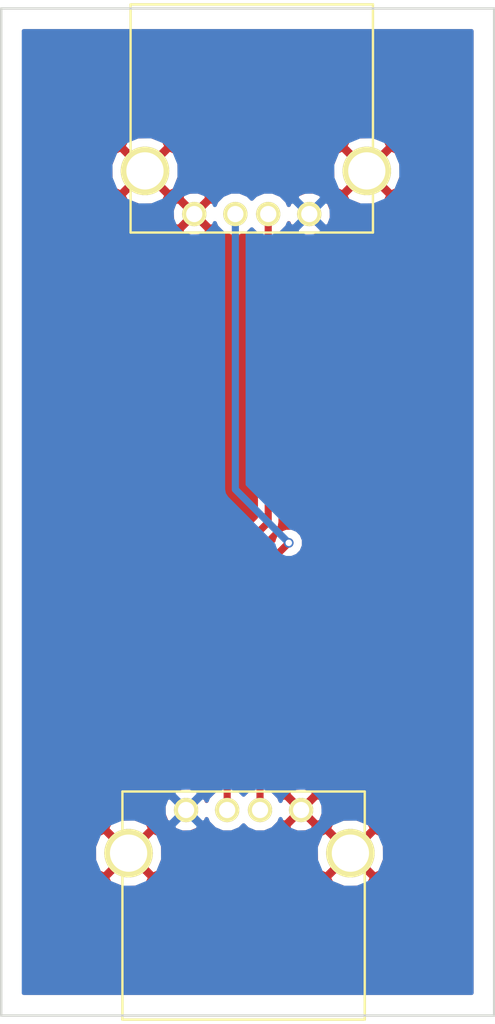
<source format=kicad_pcb>
(kicad_pcb (version 4) (host pcbnew 4.0.4-stable)

  (general
    (links 8)
    (no_connects 0)
    (area 102.794999 57.694999 133.425001 121.375001)
    (thickness 1.6)
    (drawings 4)
    (tracks 8)
    (zones 0)
    (modules 2)
    (nets 5)
  )

  (page A4)
  (layers
    (0 F.Cu signal)
    (31 B.Cu signal)
    (32 B.Adhes user hide)
    (33 F.Adhes user hide)
    (34 B.Paste user hide)
    (35 F.Paste user hide)
    (36 B.SilkS user)
    (37 F.SilkS user)
    (38 B.Mask user hide)
    (39 F.Mask user hide)
    (40 Dwgs.User user hide)
    (41 Cmts.User user hide)
    (42 Eco1.User user hide)
    (43 Eco2.User user hide)
    (44 Edge.Cuts user)
    (45 Margin user hide)
    (46 B.CrtYd user hide)
    (47 F.CrtYd user hide)
    (48 B.Fab user hide)
    (49 F.Fab user hide)
  )

  (setup
    (last_trace_width 0.44)
    (trace_clearance 0.2)
    (zone_clearance 0.508)
    (zone_45_only no)
    (trace_min 0.2)
    (segment_width 0.2)
    (edge_width 0.15)
    (via_size 0.6)
    (via_drill 0.4)
    (via_min_size 0.4)
    (via_min_drill 0.3)
    (uvia_size 0.3)
    (uvia_drill 0.1)
    (uvias_allowed no)
    (uvia_min_size 0.2)
    (uvia_min_drill 0.1)
    (pcb_text_width 0.3)
    (pcb_text_size 1.5 1.5)
    (mod_edge_width 0.15)
    (mod_text_size 1 1)
    (mod_text_width 0.15)
    (pad_size 1.524 1.524)
    (pad_drill 0.762)
    (pad_to_mask_clearance 0.2)
    (aux_axis_origin 0 0)
    (visible_elements 7FFFFFFF)
    (pcbplotparams
      (layerselection 0x010f0_80000001)
      (usegerberextensions true)
      (excludeedgelayer true)
      (linewidth 0.100000)
      (plotframeref false)
      (viasonmask false)
      (mode 1)
      (useauxorigin false)
      (hpglpennumber 1)
      (hpglpenspeed 20)
      (hpglpendiameter 15)
      (hpglpenoverlay 2)
      (psnegative false)
      (psa4output false)
      (plotreference true)
      (plotvalue true)
      (plotinvisibletext false)
      (padsonsilk false)
      (subtractmaskfromsilk false)
      (outputformat 1)
      (mirror false)
      (drillshape 0)
      (scaleselection 1)
      (outputdirectory Gerber/))
  )

  (net 0 "")
  (net 1 "Net-(P1-Pad3)")
  (net 2 "Net-(P1-Pad2)")
  (net 3 GND)
  (net 4 VCC)

  (net_class Default "This is the default net class."
    (clearance 0.2)
    (trace_width 0.44)
    (via_dia 0.6)
    (via_drill 0.4)
    (uvia_dia 0.3)
    (uvia_drill 0.1)
    (add_net GND)
    (add_net "Net-(P1-Pad2)")
    (add_net "Net-(P1-Pad3)")
    (add_net VCC)
  )

  (module Connect:USB_A (layer F.Cu) (tedit 57E3FF91) (tstamp 57E3F93D)
    (at 114.3 107.95)
    (descr "USB A connector")
    (tags "USB USB_A")
    (path /57E3EF0B)
    (fp_text reference P1 (at 0 -2.35) (layer F.SilkS) hide
      (effects (font (size 1 1) (thickness 0.15)))
    )
    (fp_text value USB_A (at 10.16 -2.54) (layer F.Fab)
      (effects (font (size 1 1) (thickness 0.15)))
    )
    (fp_line (start -5.3 13.2) (end -5.3 -1.4) (layer F.CrtYd) (width 0.05))
    (fp_line (start 11.95 -1.4) (end 11.95 13.2) (layer F.CrtYd) (width 0.05))
    (fp_line (start -5.3 13.2) (end 11.95 13.2) (layer F.CrtYd) (width 0.05))
    (fp_line (start -5.3 -1.4) (end 11.95 -1.4) (layer F.CrtYd) (width 0.05))
    (fp_line (start 11.04986 -1.14512) (end 11.04986 12.95188) (layer F.SilkS) (width 0.15))
    (fp_line (start -3.93614 12.95188) (end -3.93614 -1.14512) (layer F.SilkS) (width 0.15))
    (fp_line (start 11.04986 -1.14512) (end -3.93614 -1.14512) (layer F.SilkS) (width 0.15))
    (fp_line (start 11.04986 12.95188) (end -3.93614 12.95188) (layer F.SilkS) (width 0.15))
    (pad 4 thru_hole circle (at 7.11286 -0.00212 270) (size 1.50114 1.50114) (drill 1.00076) (layers *.Cu *.Mask F.SilkS)
      (net 3 GND))
    (pad 3 thru_hole circle (at 4.57286 -0.00212 270) (size 1.50114 1.50114) (drill 1.00076) (layers *.Cu *.Mask F.SilkS)
      (net 1 "Net-(P1-Pad3)"))
    (pad 2 thru_hole circle (at 2.54086 -0.00212 270) (size 1.50114 1.50114) (drill 1.00076) (layers *.Cu *.Mask F.SilkS)
      (net 2 "Net-(P1-Pad2)"))
    (pad 1 thru_hole circle (at 0.00086 -0.00212 270) (size 1.50114 1.50114) (drill 1.00076) (layers *.Cu *.Mask F.SilkS)
      (net 4 VCC))
    (pad 5 thru_hole circle (at 10.16086 2.66488 270) (size 2.99974 2.99974) (drill 2.30124) (layers *.Cu *.Mask F.SilkS)
      (net 3 GND))
    (pad 5 thru_hole circle (at -3.55514 2.66488 270) (size 2.99974 2.99974) (drill 2.30124) (layers *.Cu *.Mask F.SilkS)
      (net 3 GND))
    (model Connect.3dshapes/USB_A.wrl
      (at (xyz 0.14 0 0))
      (scale (xyz 1 1 1))
      (rotate (xyz 0 0 90))
    )
  )

  (module Connect:USB_A (layer F.Cu) (tedit 57E3FF9B) (tstamp 57E3F947)
    (at 121.92 71.12 180)
    (descr "USB A connector")
    (tags "USB USB_A")
    (path /57E3F03B)
    (fp_text reference P2 (at 0 -2.35 180) (layer F.SilkS) hide
      (effects (font (size 1 1) (thickness 0.15)))
    )
    (fp_text value USB_A (at -2.54 -3.81 180) (layer F.Fab)
      (effects (font (size 1 1) (thickness 0.15)))
    )
    (fp_line (start -5.3 13.2) (end -5.3 -1.4) (layer F.CrtYd) (width 0.05))
    (fp_line (start 11.95 -1.4) (end 11.95 13.2) (layer F.CrtYd) (width 0.05))
    (fp_line (start -5.3 13.2) (end 11.95 13.2) (layer F.CrtYd) (width 0.05))
    (fp_line (start -5.3 -1.4) (end 11.95 -1.4) (layer F.CrtYd) (width 0.05))
    (fp_line (start 11.04986 -1.14512) (end 11.04986 12.95188) (layer F.SilkS) (width 0.15))
    (fp_line (start -3.93614 12.95188) (end -3.93614 -1.14512) (layer F.SilkS) (width 0.15))
    (fp_line (start 11.04986 -1.14512) (end -3.93614 -1.14512) (layer F.SilkS) (width 0.15))
    (fp_line (start 11.04986 12.95188) (end -3.93614 12.95188) (layer F.SilkS) (width 0.15))
    (pad 4 thru_hole circle (at 7.11286 -0.00212 90) (size 1.50114 1.50114) (drill 1.00076) (layers *.Cu *.Mask F.SilkS)
      (net 3 GND))
    (pad 3 thru_hole circle (at 4.57286 -0.00212 90) (size 1.50114 1.50114) (drill 1.00076) (layers *.Cu *.Mask F.SilkS)
      (net 1 "Net-(P1-Pad3)"))
    (pad 2 thru_hole circle (at 2.54086 -0.00212 90) (size 1.50114 1.50114) (drill 1.00076) (layers *.Cu *.Mask F.SilkS)
      (net 2 "Net-(P1-Pad2)"))
    (pad 1 thru_hole circle (at 0.00086 -0.00212 90) (size 1.50114 1.50114) (drill 1.00076) (layers *.Cu *.Mask F.SilkS)
      (net 4 VCC))
    (pad 5 thru_hole circle (at 10.16086 2.66488 90) (size 2.99974 2.99974) (drill 2.30124) (layers *.Cu *.Mask F.SilkS)
      (net 3 GND))
    (pad 5 thru_hole circle (at -3.55514 2.66488 90) (size 2.99974 2.99974) (drill 2.30124) (layers *.Cu *.Mask F.SilkS)
      (net 3 GND))
    (model Connect.3dshapes/USB_A.wrl
      (at (xyz 0.14 0 0))
      (scale (xyz 1 1 1))
      (rotate (xyz 0 0 90))
    )
  )

  (gr_line (start 133.35 58.42) (end 102.87 58.42) (angle 90) (layer Edge.Cuts) (width 0.15))
  (gr_line (start 133.35 120.65) (end 133.35 58.42) (angle 90) (layer Edge.Cuts) (width 0.15))
  (gr_line (start 102.87 120.65) (end 133.35 120.65) (angle 90) (layer Edge.Cuts) (width 0.15))
  (gr_line (start 102.87 58.42) (end 102.87 120.65) (angle 90) (layer Edge.Cuts) (width 0.15))

  (segment (start 118.87286 107.94788) (end 118.87286 93.21714) (width 0.44) (layer F.Cu) (net 1))
  (segment (start 118.87286 93.21714) (end 120.65 91.44) (width 0.44) (layer F.Cu) (net 1) (tstamp 57E3FCF9))
  (via (at 120.65 91.44) (size 0.6) (drill 0.4) (layers F.Cu B.Cu) (net 1))
  (segment (start 120.65 91.44) (end 117.34714 88.13714) (width 0.44) (layer B.Cu) (net 1) (tstamp 57E3FD94))
  (segment (start 117.34714 88.13714) (end 117.34714 71.12212) (width 0.44) (layer B.Cu) (net 1) (tstamp 57E3FD95))
  (segment (start 116.84086 107.94788) (end 116.84086 92.70914) (width 0.44) (layer F.Cu) (net 2))
  (segment (start 116.84086 92.70914) (end 119.37914 90.17086) (width 0.44) (layer F.Cu) (net 2) (tstamp 57E3FCBC))
  (segment (start 119.37914 90.17086) (end 119.37914 71.12212) (width 0.44) (layer F.Cu) (net 2) (tstamp 57E3FCC2))

  (zone (net 3) (net_name GND) (layer F.Cu) (tstamp 57E3FE54) (hatch edge 0.508)
    (connect_pads (clearance 0.508))
    (min_thickness 0.254)
    (fill yes (arc_segments 16) (thermal_gap 0.508) (thermal_bridge_width 0.508))
    (polygon
      (pts
        (xy 104.14 59.69) (xy 104.14 119.38) (xy 132.08 119.38) (xy 132.08 59.69)
      )
    )
    (filled_polygon
      (pts
        (xy 131.953 119.253) (xy 104.267 119.253) (xy 104.267 112.128757) (xy 109.410588 112.128757) (xy 109.570355 112.447512)
        (xy 110.361077 112.757475) (xy 111.210226 112.741247) (xy 111.919365 112.447512) (xy 112.079132 112.128757) (xy 123.126588 112.128757)
        (xy 123.286355 112.447512) (xy 124.077077 112.757475) (xy 124.926226 112.741247) (xy 125.635365 112.447512) (xy 125.795132 112.128757)
        (xy 124.46086 110.794485) (xy 123.126588 112.128757) (xy 112.079132 112.128757) (xy 110.74486 110.794485) (xy 109.410588 112.128757)
        (xy 104.267 112.128757) (xy 104.267 110.231097) (xy 108.602265 110.231097) (xy 108.618493 111.080246) (xy 108.912228 111.789385)
        (xy 109.230983 111.949152) (xy 110.565255 110.61488) (xy 110.924465 110.61488) (xy 112.258737 111.949152) (xy 112.577492 111.789385)
        (xy 112.887455 110.998663) (xy 112.872787 110.231097) (xy 122.318265 110.231097) (xy 122.334493 111.080246) (xy 122.628228 111.789385)
        (xy 122.946983 111.949152) (xy 124.281255 110.61488) (xy 124.640465 110.61488) (xy 125.974737 111.949152) (xy 126.293492 111.789385)
        (xy 126.603455 110.998663) (xy 126.587227 110.149514) (xy 126.293492 109.440375) (xy 125.974737 109.280608) (xy 124.640465 110.61488)
        (xy 124.281255 110.61488) (xy 122.946983 109.280608) (xy 122.628228 109.440375) (xy 122.318265 110.231097) (xy 112.872787 110.231097)
        (xy 112.871227 110.149514) (xy 112.577492 109.440375) (xy 112.258737 109.280608) (xy 110.924465 110.61488) (xy 110.565255 110.61488)
        (xy 109.230983 109.280608) (xy 108.912228 109.440375) (xy 108.602265 110.231097) (xy 104.267 110.231097) (xy 104.267 109.101003)
        (xy 109.410588 109.101003) (xy 110.74486 110.435275) (xy 112.079132 109.101003) (xy 111.919365 108.782248) (xy 111.128643 108.472285)
        (xy 110.279494 108.488513) (xy 109.570355 108.782248) (xy 109.410588 109.101003) (xy 104.267 109.101003) (xy 104.267 108.222278)
        (xy 112.91505 108.222278) (xy 113.125546 108.731717) (xy 113.514973 109.121824) (xy 114.024044 109.333209) (xy 114.575258 109.33369)
        (xy 115.084697 109.123194) (xy 115.474804 108.733767) (xy 115.570835 108.502499) (xy 115.665546 108.731717) (xy 116.054973 109.121824)
        (xy 116.564044 109.333209) (xy 117.115258 109.33369) (xy 117.624697 109.123194) (xy 117.856923 108.891373) (xy 118.086973 109.121824)
        (xy 118.596044 109.333209) (xy 119.147258 109.33369) (xy 119.656697 109.123194) (xy 119.860436 108.91981) (xy 120.620535 108.91981)
        (xy 120.688595 109.160811) (xy 121.207894 109.345647) (xy 121.758398 109.317685) (xy 122.137125 109.160811) (xy 122.154015 109.101003)
        (xy 123.126588 109.101003) (xy 124.46086 110.435275) (xy 125.795132 109.101003) (xy 125.635365 108.782248) (xy 124.844643 108.472285)
        (xy 123.995494 108.488513) (xy 123.286355 108.782248) (xy 123.126588 109.101003) (xy 122.154015 109.101003) (xy 122.205185 108.91981)
        (xy 121.41286 108.127485) (xy 120.620535 108.91981) (xy 119.860436 108.91981) (xy 120.046804 108.733767) (xy 120.136239 108.518384)
        (xy 120.199929 108.672145) (xy 120.44093 108.740205) (xy 121.233255 107.94788) (xy 121.592465 107.94788) (xy 122.38479 108.740205)
        (xy 122.625791 108.672145) (xy 122.810627 108.152846) (xy 122.782665 107.602342) (xy 122.625791 107.223615) (xy 122.38479 107.155555)
        (xy 121.592465 107.94788) (xy 121.233255 107.94788) (xy 120.44093 107.155555) (xy 120.199929 107.223615) (xy 120.141091 107.38892)
        (xy 120.048174 107.164043) (xy 119.860409 106.97595) (xy 120.620535 106.97595) (xy 121.41286 107.768275) (xy 122.205185 106.97595)
        (xy 122.137125 106.734949) (xy 121.617826 106.550113) (xy 121.067322 106.578075) (xy 120.688595 106.734949) (xy 120.620535 106.97595)
        (xy 119.860409 106.97595) (xy 119.658747 106.773936) (xy 119.63286 106.763187) (xy 119.63286 93.531942) (xy 120.78968 92.375122)
        (xy 120.835167 92.375162) (xy 121.178943 92.233117) (xy 121.442192 91.970327) (xy 121.584838 91.626799) (xy 121.585162 91.254833)
        (xy 121.443117 90.911057) (xy 121.180327 90.647808) (xy 120.836799 90.505162) (xy 120.464833 90.504838) (xy 120.121057 90.646883)
        (xy 119.857808 90.909673) (xy 119.715162 91.253201) (xy 119.715121 91.300076) (xy 118.335459 92.679739) (xy 118.170712 92.926301)
        (xy 118.11286 93.21714) (xy 118.11286 106.762717) (xy 118.089023 106.772566) (xy 117.856797 107.004387) (xy 117.626747 106.773936)
        (xy 117.60086 106.763187) (xy 117.60086 93.023942) (xy 119.916541 90.708261) (xy 120.081288 90.461699) (xy 120.13914 90.17086)
        (xy 120.13914 72.307283) (xy 120.162977 72.297434) (xy 120.553084 71.908007) (xy 120.649115 71.676739) (xy 120.743826 71.905957)
        (xy 121.133253 72.296064) (xy 121.642324 72.507449) (xy 122.193538 72.50793) (xy 122.702977 72.297434) (xy 123.093084 71.908007)
        (xy 123.304469 71.398936) (xy 123.30495 70.847722) (xy 123.094454 70.338283) (xy 122.725812 69.968997) (xy 124.140868 69.968997)
        (xy 124.300635 70.287752) (xy 125.091357 70.597715) (xy 125.940506 70.581487) (xy 126.649645 70.287752) (xy 126.809412 69.968997)
        (xy 125.47514 68.634725) (xy 124.140868 69.968997) (xy 122.725812 69.968997) (xy 122.705027 69.948176) (xy 122.195956 69.736791)
        (xy 121.644742 69.73631) (xy 121.135303 69.946806) (xy 120.745196 70.336233) (xy 120.649165 70.567501) (xy 120.554454 70.338283)
        (xy 120.165027 69.948176) (xy 119.655956 69.736791) (xy 119.104742 69.73631) (xy 118.595303 69.946806) (xy 118.363077 70.178627)
        (xy 118.133027 69.948176) (xy 117.623956 69.736791) (xy 117.072742 69.73631) (xy 116.563303 69.946806) (xy 116.173196 70.336233)
        (xy 116.083761 70.551616) (xy 116.020071 70.397855) (xy 115.77907 70.329795) (xy 114.986745 71.12212) (xy 115.77907 71.914445)
        (xy 116.020071 71.846385) (xy 116.078909 71.68108) (xy 116.171826 71.905957) (xy 116.561253 72.296064) (xy 117.070324 72.507449)
        (xy 117.621538 72.50793) (xy 118.130977 72.297434) (xy 118.363203 72.065613) (xy 118.593253 72.296064) (xy 118.61914 72.306813)
        (xy 118.61914 89.856058) (xy 116.303459 92.171739) (xy 116.138712 92.418301) (xy 116.08086 92.70914) (xy 116.08086 106.762717)
        (xy 116.057023 106.772566) (xy 115.666916 107.161993) (xy 115.570885 107.393261) (xy 115.476174 107.164043) (xy 115.086747 106.773936)
        (xy 114.577676 106.562551) (xy 114.026462 106.56207) (xy 113.517023 106.772566) (xy 113.126916 107.161993) (xy 112.915531 107.671064)
        (xy 112.91505 108.222278) (xy 104.267 108.222278) (xy 104.267 72.09405) (xy 114.014815 72.09405) (xy 114.082875 72.335051)
        (xy 114.602174 72.519887) (xy 115.152678 72.491925) (xy 115.531405 72.335051) (xy 115.599465 72.09405) (xy 114.80714 71.301725)
        (xy 114.014815 72.09405) (xy 104.267 72.09405) (xy 104.267 70.917154) (xy 113.409373 70.917154) (xy 113.437335 71.467658)
        (xy 113.594209 71.846385) (xy 113.83521 71.914445) (xy 114.627535 71.12212) (xy 113.83521 70.329795) (xy 113.594209 70.397855)
        (xy 113.409373 70.917154) (xy 104.267 70.917154) (xy 104.267 69.968997) (xy 110.424868 69.968997) (xy 110.584635 70.287752)
        (xy 111.375357 70.597715) (xy 112.224506 70.581487) (xy 112.933645 70.287752) (xy 113.002594 70.15019) (xy 114.014815 70.15019)
        (xy 114.80714 70.942515) (xy 115.599465 70.15019) (xy 115.531405 69.909189) (xy 115.012106 69.724353) (xy 114.461602 69.752315)
        (xy 114.082875 69.909189) (xy 114.014815 70.15019) (xy 113.002594 70.15019) (xy 113.093412 69.968997) (xy 111.75914 68.634725)
        (xy 110.424868 69.968997) (xy 104.267 69.968997) (xy 104.267 68.071337) (xy 109.616545 68.071337) (xy 109.632773 68.920486)
        (xy 109.926508 69.629625) (xy 110.245263 69.789392) (xy 111.579535 68.45512) (xy 111.938745 68.45512) (xy 113.273017 69.789392)
        (xy 113.591772 69.629625) (xy 113.901735 68.838903) (xy 113.887067 68.071337) (xy 123.332545 68.071337) (xy 123.348773 68.920486)
        (xy 123.642508 69.629625) (xy 123.961263 69.789392) (xy 125.295535 68.45512) (xy 125.654745 68.45512) (xy 126.989017 69.789392)
        (xy 127.307772 69.629625) (xy 127.617735 68.838903) (xy 127.601507 67.989754) (xy 127.307772 67.280615) (xy 126.989017 67.120848)
        (xy 125.654745 68.45512) (xy 125.295535 68.45512) (xy 123.961263 67.120848) (xy 123.642508 67.280615) (xy 123.332545 68.071337)
        (xy 113.887067 68.071337) (xy 113.885507 67.989754) (xy 113.591772 67.280615) (xy 113.273017 67.120848) (xy 111.938745 68.45512)
        (xy 111.579535 68.45512) (xy 110.245263 67.120848) (xy 109.926508 67.280615) (xy 109.616545 68.071337) (xy 104.267 68.071337)
        (xy 104.267 66.941243) (xy 110.424868 66.941243) (xy 111.75914 68.275515) (xy 113.093412 66.941243) (xy 124.140868 66.941243)
        (xy 125.47514 68.275515) (xy 126.809412 66.941243) (xy 126.649645 66.622488) (xy 125.858923 66.312525) (xy 125.009774 66.328753)
        (xy 124.300635 66.622488) (xy 124.140868 66.941243) (xy 113.093412 66.941243) (xy 112.933645 66.622488) (xy 112.142923 66.312525)
        (xy 111.293774 66.328753) (xy 110.584635 66.622488) (xy 110.424868 66.941243) (xy 104.267 66.941243) (xy 104.267 59.817)
        (xy 131.953 59.817)
      )
    )
  )
  (zone (net 4) (net_name VCC) (layer B.Cu) (tstamp 57E3FE81) (hatch edge 0.508)
    (connect_pads (clearance 0.508))
    (min_thickness 0.254)
    (fill yes (arc_segments 16) (thermal_gap 0.508) (thermal_bridge_width 0.508))
    (polygon
      (pts
        (xy 104.14 59.69) (xy 104.14 119.38) (xy 132.08 119.38) (xy 132.08 59.69)
      )
    )
    (filled_polygon
      (pts
        (xy 131.953 119.253) (xy 104.267 119.253) (xy 104.267 111.037669) (xy 108.60962 111.037669) (xy 108.93395 111.822607)
        (xy 109.533974 112.42368) (xy 110.318345 112.749379) (xy 111.167649 112.75012) (xy 111.952587 112.42579) (xy 112.55366 111.825766)
        (xy 112.879359 111.041395) (xy 112.879362 111.037669) (xy 122.32562 111.037669) (xy 122.64995 111.822607) (xy 123.249974 112.42368)
        (xy 124.034345 112.749379) (xy 124.883649 112.75012) (xy 125.668587 112.42579) (xy 126.26966 111.825766) (xy 126.595359 111.041395)
        (xy 126.5961 110.192091) (xy 126.27177 109.407153) (xy 125.671746 108.80608) (xy 124.887375 108.480381) (xy 124.038071 108.47964)
        (xy 123.253133 108.80397) (xy 122.65206 109.403994) (xy 122.326361 110.188365) (xy 122.32562 111.037669) (xy 112.879362 111.037669)
        (xy 112.8801 110.192091) (xy 112.55577 109.407153) (xy 112.069278 108.91981) (xy 113.508535 108.91981) (xy 113.576595 109.160811)
        (xy 114.095894 109.345647) (xy 114.646398 109.317685) (xy 115.025125 109.160811) (xy 115.093185 108.91981) (xy 114.30086 108.127485)
        (xy 113.508535 108.91981) (xy 112.069278 108.91981) (xy 111.955746 108.80608) (xy 111.171375 108.480381) (xy 110.322071 108.47964)
        (xy 109.537133 108.80397) (xy 108.93606 109.403994) (xy 108.610361 110.188365) (xy 108.60962 111.037669) (xy 104.267 111.037669)
        (xy 104.267 107.742914) (xy 112.903093 107.742914) (xy 112.931055 108.293418) (xy 113.087929 108.672145) (xy 113.32893 108.740205)
        (xy 114.121255 107.94788) (xy 114.480465 107.94788) (xy 115.27279 108.740205) (xy 115.513791 108.672145) (xy 115.572629 108.50684)
        (xy 115.665546 108.731717) (xy 116.054973 109.121824) (xy 116.564044 109.333209) (xy 117.115258 109.33369) (xy 117.624697 109.123194)
        (xy 117.856923 108.891373) (xy 118.086973 109.121824) (xy 118.596044 109.333209) (xy 119.147258 109.33369) (xy 119.656697 109.123194)
        (xy 120.046804 108.733767) (xy 120.142835 108.502499) (xy 120.237546 108.731717) (xy 120.626973 109.121824) (xy 121.136044 109.333209)
        (xy 121.687258 109.33369) (xy 122.196697 109.123194) (xy 122.586804 108.733767) (xy 122.798189 108.224696) (xy 122.79867 107.673482)
        (xy 122.588174 107.164043) (xy 122.198747 106.773936) (xy 121.689676 106.562551) (xy 121.138462 106.56207) (xy 120.629023 106.772566)
        (xy 120.238916 107.161993) (xy 120.142885 107.393261) (xy 120.048174 107.164043) (xy 119.658747 106.773936) (xy 119.149676 106.562551)
        (xy 118.598462 106.56207) (xy 118.089023 106.772566) (xy 117.856797 107.004387) (xy 117.626747 106.773936) (xy 117.117676 106.562551)
        (xy 116.566462 106.56207) (xy 116.057023 106.772566) (xy 115.666916 107.161993) (xy 115.577481 107.377376) (xy 115.513791 107.223615)
        (xy 115.27279 107.155555) (xy 114.480465 107.94788) (xy 114.121255 107.94788) (xy 113.32893 107.155555) (xy 113.087929 107.223615)
        (xy 112.903093 107.742914) (xy 104.267 107.742914) (xy 104.267 106.97595) (xy 113.508535 106.97595) (xy 114.30086 107.768275)
        (xy 115.093185 106.97595) (xy 115.025125 106.734949) (xy 114.505826 106.550113) (xy 113.955322 106.578075) (xy 113.576595 106.734949)
        (xy 113.508535 106.97595) (xy 104.267 106.97595) (xy 104.267 71.396518) (xy 113.42133 71.396518) (xy 113.631826 71.905957)
        (xy 114.021253 72.296064) (xy 114.530324 72.507449) (xy 115.081538 72.50793) (xy 115.590977 72.297434) (xy 115.981084 71.908007)
        (xy 116.077115 71.676739) (xy 116.171826 71.905957) (xy 116.561253 72.296064) (xy 116.58714 72.306813) (xy 116.58714 88.13714)
        (xy 116.644992 88.427979) (xy 116.809739 88.674541) (xy 119.714878 91.57968) (xy 119.714838 91.625167) (xy 119.856883 91.968943)
        (xy 120.119673 92.232192) (xy 120.463201 92.374838) (xy 120.835167 92.375162) (xy 121.178943 92.233117) (xy 121.442192 91.970327)
        (xy 121.584838 91.626799) (xy 121.585162 91.254833) (xy 121.443117 90.911057) (xy 121.180327 90.647808) (xy 120.836799 90.505162)
        (xy 120.789923 90.505121) (xy 118.10714 87.822338) (xy 118.10714 72.307283) (xy 118.130977 72.297434) (xy 118.363203 72.065613)
        (xy 118.593253 72.296064) (xy 119.102324 72.507449) (xy 119.653538 72.50793) (xy 120.162977 72.297434) (xy 120.366716 72.09405)
        (xy 121.126815 72.09405) (xy 121.194875 72.335051) (xy 121.714174 72.519887) (xy 122.264678 72.491925) (xy 122.643405 72.335051)
        (xy 122.711465 72.09405) (xy 121.91914 71.301725) (xy 121.126815 72.09405) (xy 120.366716 72.09405) (xy 120.553084 71.908007)
        (xy 120.642519 71.692624) (xy 120.706209 71.846385) (xy 120.94721 71.914445) (xy 121.739535 71.12212) (xy 122.098745 71.12212)
        (xy 122.89107 71.914445) (xy 123.132071 71.846385) (xy 123.316907 71.327086) (xy 123.288945 70.776582) (xy 123.132071 70.397855)
        (xy 122.89107 70.329795) (xy 122.098745 71.12212) (xy 121.739535 71.12212) (xy 120.94721 70.329795) (xy 120.706209 70.397855)
        (xy 120.647371 70.56316) (xy 120.554454 70.338283) (xy 120.366689 70.15019) (xy 121.126815 70.15019) (xy 121.91914 70.942515)
        (xy 122.711465 70.15019) (xy 122.643405 69.909189) (xy 122.124106 69.724353) (xy 121.573602 69.752315) (xy 121.194875 69.909189)
        (xy 121.126815 70.15019) (xy 120.366689 70.15019) (xy 120.165027 69.948176) (xy 119.655956 69.736791) (xy 119.104742 69.73631)
        (xy 118.595303 69.946806) (xy 118.363077 70.178627) (xy 118.133027 69.948176) (xy 117.623956 69.736791) (xy 117.072742 69.73631)
        (xy 116.563303 69.946806) (xy 116.173196 70.336233) (xy 116.077165 70.567501) (xy 115.982454 70.338283) (xy 115.593027 69.948176)
        (xy 115.083956 69.736791) (xy 114.532742 69.73631) (xy 114.023303 69.946806) (xy 113.633196 70.336233) (xy 113.421811 70.845304)
        (xy 113.42133 71.396518) (xy 104.267 71.396518) (xy 104.267 68.877909) (xy 109.6239 68.877909) (xy 109.94823 69.662847)
        (xy 110.548254 70.26392) (xy 111.332625 70.589619) (xy 112.181929 70.59036) (xy 112.966867 70.26603) (xy 113.56794 69.666006)
        (xy 113.893639 68.881635) (xy 113.893642 68.877909) (xy 123.3399 68.877909) (xy 123.66423 69.662847) (xy 124.264254 70.26392)
        (xy 125.048625 70.589619) (xy 125.897929 70.59036) (xy 126.682867 70.26603) (xy 127.28394 69.666006) (xy 127.609639 68.881635)
        (xy 127.61038 68.032331) (xy 127.28605 67.247393) (xy 126.686026 66.64632) (xy 125.901655 66.320621) (xy 125.052351 66.31988)
        (xy 124.267413 66.64421) (xy 123.66634 67.244234) (xy 123.340641 68.028605) (xy 123.3399 68.877909) (xy 113.893642 68.877909)
        (xy 113.89438 68.032331) (xy 113.57005 67.247393) (xy 112.970026 66.64632) (xy 112.185655 66.320621) (xy 111.336351 66.31988)
        (xy 110.551413 66.64421) (xy 109.95034 67.244234) (xy 109.624641 68.028605) (xy 109.6239 68.877909) (xy 104.267 68.877909)
        (xy 104.267 59.817) (xy 131.953 59.817)
      )
    )
  )
)

</source>
